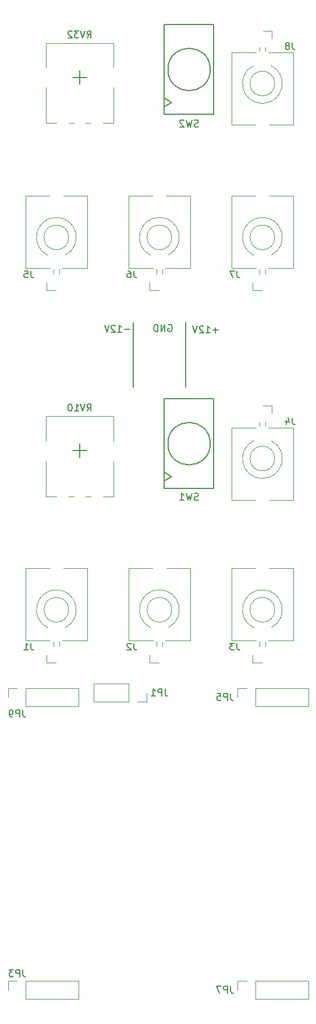
<source format=gbr>
G04 #@! TF.GenerationSoftware,KiCad,Pcbnew,(5.0.1)-4*
G04 #@! TF.CreationDate,2019-03-05T01:37:15-06:00*
G04 #@! TF.ProjectId,vca,7663612E6B696361645F706362000000,rev?*
G04 #@! TF.SameCoordinates,Original*
G04 #@! TF.FileFunction,Legend,Bot*
G04 #@! TF.FilePolarity,Positive*
%FSLAX46Y46*%
G04 Gerber Fmt 4.6, Leading zero omitted, Abs format (unit mm)*
G04 Created by KiCad (PCBNEW (5.0.1)-4) date 3/5/2019 1:37:15*
%MOMM*%
%LPD*%
G01*
G04 APERTURE LIST*
%ADD10C,0.150000*%
%ADD11C,0.200000*%
%ADD12C,0.120000*%
G04 APERTURE END LIST*
D10*
X131311904Y-66896000D02*
X131407142Y-66848380D01*
X131550000Y-66848380D01*
X131692857Y-66896000D01*
X131788095Y-66991238D01*
X131835714Y-67086476D01*
X131883333Y-67276952D01*
X131883333Y-67419809D01*
X131835714Y-67610285D01*
X131788095Y-67705523D01*
X131692857Y-67800761D01*
X131550000Y-67848380D01*
X131454761Y-67848380D01*
X131311904Y-67800761D01*
X131264285Y-67753142D01*
X131264285Y-67419809D01*
X131454761Y-67419809D01*
X130835714Y-67848380D02*
X130835714Y-66848380D01*
X130264285Y-67848380D01*
X130264285Y-66848380D01*
X129788095Y-67848380D02*
X129788095Y-66848380D01*
X129550000Y-66848380D01*
X129407142Y-66896000D01*
X129311904Y-66991238D01*
X129264285Y-67086476D01*
X129216666Y-67276952D01*
X129216666Y-67419809D01*
X129264285Y-67610285D01*
X129311904Y-67705523D01*
X129407142Y-67800761D01*
X129550000Y-67848380D01*
X129788095Y-67848380D01*
X138561904Y-67667428D02*
X137800000Y-67667428D01*
X138180952Y-68048380D02*
X138180952Y-67286476D01*
X136800000Y-68048380D02*
X137371428Y-68048380D01*
X137085714Y-68048380D02*
X137085714Y-67048380D01*
X137180952Y-67191238D01*
X137276190Y-67286476D01*
X137371428Y-67334095D01*
X136419047Y-67143619D02*
X136371428Y-67096000D01*
X136276190Y-67048380D01*
X136038095Y-67048380D01*
X135942857Y-67096000D01*
X135895238Y-67143619D01*
X135847619Y-67238857D01*
X135847619Y-67334095D01*
X135895238Y-67476952D01*
X136466666Y-68048380D01*
X135847619Y-68048380D01*
X135561904Y-67048380D02*
X135228571Y-68048380D01*
X134895238Y-67048380D01*
X125711904Y-67567428D02*
X124950000Y-67567428D01*
X123950000Y-67948380D02*
X124521428Y-67948380D01*
X124235714Y-67948380D02*
X124235714Y-66948380D01*
X124330952Y-67091238D01*
X124426190Y-67186476D01*
X124521428Y-67234095D01*
X123569047Y-67043619D02*
X123521428Y-66996000D01*
X123426190Y-66948380D01*
X123188095Y-66948380D01*
X123092857Y-66996000D01*
X123045238Y-67043619D01*
X122997619Y-67138857D01*
X122997619Y-67234095D01*
X123045238Y-67376952D01*
X123616666Y-67948380D01*
X122997619Y-67948380D01*
X122711904Y-66948380D02*
X122378571Y-67948380D01*
X122045238Y-66948380D01*
D11*
X126250000Y-66546000D02*
X126250000Y-75896000D01*
X133850000Y-66546000D02*
X133850000Y-75896000D01*
D12*
G04 #@! TO.C,RV10*
X113529000Y-83768000D02*
X113529000Y-80168000D01*
X113529000Y-91818000D02*
X113529000Y-86668000D01*
X123329000Y-91818000D02*
X123329000Y-86668000D01*
X123329000Y-83768000D02*
X123329000Y-80168000D01*
X123329000Y-91818000D02*
X121829000Y-91818000D01*
X120079000Y-91818000D02*
X119320000Y-91818000D01*
X117588000Y-91818000D02*
X116829000Y-91818000D01*
X115079000Y-91818000D02*
X113529000Y-91818000D01*
X123329000Y-80168000D02*
X113529000Y-80168000D01*
D10*
X118429000Y-85168000D02*
X118429000Y-84168000D01*
X118429000Y-85168000D02*
X119429000Y-85168000D01*
X118429000Y-85168000D02*
X118429000Y-86168000D01*
X118429000Y-85168000D02*
X117429000Y-85168000D01*
D12*
G04 #@! TO.C,RV32*
X113529000Y-29539000D02*
X113529000Y-25939000D01*
X113529000Y-37589000D02*
X113529000Y-32439000D01*
X123329000Y-37589000D02*
X123329000Y-32439000D01*
X123329000Y-29539000D02*
X123329000Y-25939000D01*
X123329000Y-37589000D02*
X121829000Y-37589000D01*
X120079000Y-37589000D02*
X119320000Y-37589000D01*
X117588000Y-37589000D02*
X116829000Y-37589000D01*
X115079000Y-37589000D02*
X113529000Y-37589000D01*
X123329000Y-25939000D02*
X113529000Y-25939000D01*
D10*
X118429000Y-30939000D02*
X118429000Y-29939000D01*
X118429000Y-30939000D02*
X119429000Y-30939000D01*
X118429000Y-30939000D02*
X118429000Y-31939000D01*
X118429000Y-30939000D02*
X117429000Y-30939000D01*
G04 #@! TO.C,SW2*
X137424000Y-29803000D02*
G75*
G03X137424000Y-29803000I-3080000J0D01*
G01*
X131804000Y-34578200D02*
X130737200Y-35238600D01*
X131804000Y-34578200D02*
X130737200Y-33917800D01*
X137950800Y-23300600D02*
X137950800Y-36305400D01*
X130737200Y-36305400D02*
X130737200Y-23300600D01*
X137950800Y-36305400D02*
X130737200Y-36305400D01*
X137950800Y-23300600D02*
X130737200Y-23300600D01*
G04 #@! TO.C,SW1*
X137424000Y-84159000D02*
G75*
G03X137424000Y-84159000I-3080000J0D01*
G01*
X131804000Y-88934200D02*
X130737200Y-89594600D01*
X131804000Y-88934200D02*
X130737200Y-88273800D01*
X137950800Y-77656600D02*
X137950800Y-90661400D01*
X130737200Y-90661400D02*
X130737200Y-77656600D01*
X137950800Y-90661400D02*
X130737200Y-90661400D01*
X137950800Y-77656600D02*
X130737200Y-77656600D01*
D12*
G04 #@! TO.C,J3*
X140512000Y-112786000D02*
X140512000Y-102286000D01*
X149512000Y-112786000D02*
X149512000Y-102286000D01*
X143715737Y-110874577D02*
G75*
G02X145012000Y-105391000I1296263J2588577D01*
G01*
X146308263Y-110874577D02*
G75*
G03X145012000Y-105391000I-1296263J2588577D01*
G01*
X149512000Y-102286000D02*
X146012000Y-102286000D01*
X144012000Y-102286000D02*
X140512000Y-102286000D01*
X149512000Y-112786000D02*
X145912000Y-112786000D01*
X144112000Y-112786000D02*
X140512000Y-112786000D01*
X146812000Y-108286000D02*
G75*
G03X146812000Y-108286000I-1800000J0D01*
G01*
X144592000Y-113566000D02*
X144592000Y-112966000D01*
X145432000Y-113566000D02*
X145432000Y-112966000D01*
X143612000Y-115946000D02*
X143612000Y-114846000D01*
X143612000Y-115946000D02*
X144932000Y-115946000D01*
G04 #@! TO.C,J2*
X125526000Y-112786000D02*
X125526000Y-102286000D01*
X134526000Y-112786000D02*
X134526000Y-102286000D01*
X128729737Y-110874577D02*
G75*
G02X130026000Y-105391000I1296263J2588577D01*
G01*
X131322263Y-110874577D02*
G75*
G03X130026000Y-105391000I-1296263J2588577D01*
G01*
X134526000Y-102286000D02*
X131026000Y-102286000D01*
X129026000Y-102286000D02*
X125526000Y-102286000D01*
X134526000Y-112786000D02*
X130926000Y-112786000D01*
X129126000Y-112786000D02*
X125526000Y-112786000D01*
X131826000Y-108286000D02*
G75*
G03X131826000Y-108286000I-1800000J0D01*
G01*
X129606000Y-113566000D02*
X129606000Y-112966000D01*
X130446000Y-113566000D02*
X130446000Y-112966000D01*
X128626000Y-115946000D02*
X128626000Y-114846000D01*
X128626000Y-115946000D02*
X129946000Y-115946000D01*
G04 #@! TO.C,J1*
X110540000Y-112786000D02*
X110540000Y-102286000D01*
X119540000Y-112786000D02*
X119540000Y-102286000D01*
X113743737Y-110874577D02*
G75*
G02X115040000Y-105391000I1296263J2588577D01*
G01*
X116336263Y-110874577D02*
G75*
G03X115040000Y-105391000I-1296263J2588577D01*
G01*
X119540000Y-102286000D02*
X116040000Y-102286000D01*
X114040000Y-102286000D02*
X110540000Y-102286000D01*
X119540000Y-112786000D02*
X115940000Y-112786000D01*
X114140000Y-112786000D02*
X110540000Y-112786000D01*
X116840000Y-108286000D02*
G75*
G03X116840000Y-108286000I-1800000J0D01*
G01*
X114620000Y-113566000D02*
X114620000Y-112966000D01*
X115460000Y-113566000D02*
X115460000Y-112966000D01*
X113640000Y-115946000D02*
X113640000Y-114846000D01*
X113640000Y-115946000D02*
X114960000Y-115946000D01*
G04 #@! TO.C,J4*
X149512000Y-81821000D02*
X149512000Y-92321000D01*
X140512000Y-81821000D02*
X140512000Y-92321000D01*
X146308263Y-83732423D02*
G75*
G02X145012000Y-89216000I-1296263J-2588577D01*
G01*
X143715737Y-83732423D02*
G75*
G03X145012000Y-89216000I1296263J-2588577D01*
G01*
X140512000Y-92321000D02*
X144012000Y-92321000D01*
X146012000Y-92321000D02*
X149512000Y-92321000D01*
X140512000Y-81821000D02*
X144112000Y-81821000D01*
X145912000Y-81821000D02*
X149512000Y-81821000D01*
X146812000Y-86321000D02*
G75*
G03X146812000Y-86321000I-1800000J0D01*
G01*
X145432000Y-81041000D02*
X145432000Y-81641000D01*
X144592000Y-81041000D02*
X144592000Y-81641000D01*
X146412000Y-78661000D02*
X146412000Y-79761000D01*
X146412000Y-78661000D02*
X145092000Y-78661000D01*
G04 #@! TO.C,J8*
X149512000Y-27338000D02*
X149512000Y-37838000D01*
X140512000Y-27338000D02*
X140512000Y-37838000D01*
X146308263Y-29249423D02*
G75*
G02X145012000Y-34733000I-1296263J-2588577D01*
G01*
X143715737Y-29249423D02*
G75*
G03X145012000Y-34733000I1296263J-2588577D01*
G01*
X140512000Y-37838000D02*
X144012000Y-37838000D01*
X146012000Y-37838000D02*
X149512000Y-37838000D01*
X140512000Y-27338000D02*
X144112000Y-27338000D01*
X145912000Y-27338000D02*
X149512000Y-27338000D01*
X146812000Y-31838000D02*
G75*
G03X146812000Y-31838000I-1800000J0D01*
G01*
X145432000Y-26558000D02*
X145432000Y-27158000D01*
X144592000Y-26558000D02*
X144592000Y-27158000D01*
X146412000Y-24178000D02*
X146412000Y-25278000D01*
X146412000Y-24178000D02*
X145092000Y-24178000D01*
G04 #@! TO.C,J7*
X140512000Y-58684000D02*
X140512000Y-48184000D01*
X149512000Y-58684000D02*
X149512000Y-48184000D01*
X143715737Y-56772577D02*
G75*
G02X145012000Y-51289000I1296263J2588577D01*
G01*
X146308263Y-56772577D02*
G75*
G03X145012000Y-51289000I-1296263J2588577D01*
G01*
X149512000Y-48184000D02*
X146012000Y-48184000D01*
X144012000Y-48184000D02*
X140512000Y-48184000D01*
X149512000Y-58684000D02*
X145912000Y-58684000D01*
X144112000Y-58684000D02*
X140512000Y-58684000D01*
X146812000Y-54184000D02*
G75*
G03X146812000Y-54184000I-1800000J0D01*
G01*
X144592000Y-59464000D02*
X144592000Y-58864000D01*
X145432000Y-59464000D02*
X145432000Y-58864000D01*
X143612000Y-61844000D02*
X143612000Y-60744000D01*
X143612000Y-61844000D02*
X144932000Y-61844000D01*
G04 #@! TO.C,J6*
X125526000Y-58684000D02*
X125526000Y-48184000D01*
X134526000Y-58684000D02*
X134526000Y-48184000D01*
X128729737Y-56772577D02*
G75*
G02X130026000Y-51289000I1296263J2588577D01*
G01*
X131322263Y-56772577D02*
G75*
G03X130026000Y-51289000I-1296263J2588577D01*
G01*
X134526000Y-48184000D02*
X131026000Y-48184000D01*
X129026000Y-48184000D02*
X125526000Y-48184000D01*
X134526000Y-58684000D02*
X130926000Y-58684000D01*
X129126000Y-58684000D02*
X125526000Y-58684000D01*
X131826000Y-54184000D02*
G75*
G03X131826000Y-54184000I-1800000J0D01*
G01*
X129606000Y-59464000D02*
X129606000Y-58864000D01*
X130446000Y-59464000D02*
X130446000Y-58864000D01*
X128626000Y-61844000D02*
X128626000Y-60744000D01*
X128626000Y-61844000D02*
X129946000Y-61844000D01*
G04 #@! TO.C,J5*
X110540000Y-58684000D02*
X110540000Y-48184000D01*
X119540000Y-58684000D02*
X119540000Y-48184000D01*
X113743737Y-56772577D02*
G75*
G02X115040000Y-51289000I1296263J2588577D01*
G01*
X116336263Y-56772577D02*
G75*
G03X115040000Y-51289000I-1296263J2588577D01*
G01*
X119540000Y-48184000D02*
X116040000Y-48184000D01*
X114040000Y-48184000D02*
X110540000Y-48184000D01*
X119540000Y-58684000D02*
X115940000Y-58684000D01*
X114140000Y-58684000D02*
X110540000Y-58684000D01*
X116840000Y-54184000D02*
G75*
G03X116840000Y-54184000I-1800000J0D01*
G01*
X114620000Y-59464000D02*
X114620000Y-58864000D01*
X115460000Y-59464000D02*
X115460000Y-58864000D01*
X113640000Y-61844000D02*
X113640000Y-60744000D01*
X113640000Y-61844000D02*
X114960000Y-61844000D01*
G04 #@! TO.C,JP1*
X128181000Y-121684000D02*
X128181000Y-120354000D01*
X126851000Y-121684000D02*
X128181000Y-121684000D01*
X125581000Y-121684000D02*
X125581000Y-119024000D01*
X125581000Y-119024000D02*
X120441000Y-119024000D01*
X125581000Y-121684000D02*
X120441000Y-121684000D01*
X120441000Y-121684000D02*
X120441000Y-119024000D01*
G04 #@! TO.C,JP3*
X107995000Y-162204000D02*
X107995000Y-163534000D01*
X109325000Y-162204000D02*
X107995000Y-162204000D01*
X110595000Y-162204000D02*
X110595000Y-164864000D01*
X110595000Y-164864000D02*
X118275000Y-164864000D01*
X110595000Y-162204000D02*
X118275000Y-162204000D01*
X118275000Y-162204000D02*
X118275000Y-164864000D01*
G04 #@! TO.C,JP5*
X141396000Y-119659000D02*
X141396000Y-120989000D01*
X142726000Y-119659000D02*
X141396000Y-119659000D01*
X143996000Y-119659000D02*
X143996000Y-122319000D01*
X143996000Y-122319000D02*
X151676000Y-122319000D01*
X143996000Y-119659000D02*
X151676000Y-119659000D01*
X151676000Y-119659000D02*
X151676000Y-122319000D01*
G04 #@! TO.C,JP7*
X141396000Y-162204000D02*
X141396000Y-163534000D01*
X142726000Y-162204000D02*
X141396000Y-162204000D01*
X143996000Y-162204000D02*
X143996000Y-164864000D01*
X143996000Y-164864000D02*
X151676000Y-164864000D01*
X143996000Y-162204000D02*
X151676000Y-162204000D01*
X151676000Y-162204000D02*
X151676000Y-164864000D01*
G04 #@! TO.C,JP9*
X107995000Y-119659000D02*
X107995000Y-120989000D01*
X109325000Y-119659000D02*
X107995000Y-119659000D01*
X110595000Y-119659000D02*
X110595000Y-122319000D01*
X110595000Y-122319000D02*
X118275000Y-122319000D01*
X110595000Y-119659000D02*
X118275000Y-119659000D01*
X118275000Y-119659000D02*
X118275000Y-122319000D01*
G04 #@! TD*
G04 #@! TO.C,RV10*
D10*
X119500428Y-79420380D02*
X119833761Y-78944190D01*
X120071857Y-79420380D02*
X120071857Y-78420380D01*
X119690904Y-78420380D01*
X119595666Y-78468000D01*
X119548047Y-78515619D01*
X119500428Y-78610857D01*
X119500428Y-78753714D01*
X119548047Y-78848952D01*
X119595666Y-78896571D01*
X119690904Y-78944190D01*
X120071857Y-78944190D01*
X119214714Y-78420380D02*
X118881380Y-79420380D01*
X118548047Y-78420380D01*
X117690904Y-79420380D02*
X118262333Y-79420380D01*
X117976619Y-79420380D02*
X117976619Y-78420380D01*
X118071857Y-78563238D01*
X118167095Y-78658476D01*
X118262333Y-78706095D01*
X117071857Y-78420380D02*
X116976619Y-78420380D01*
X116881380Y-78468000D01*
X116833761Y-78515619D01*
X116786142Y-78610857D01*
X116738523Y-78801333D01*
X116738523Y-79039428D01*
X116786142Y-79229904D01*
X116833761Y-79325142D01*
X116881380Y-79372761D01*
X116976619Y-79420380D01*
X117071857Y-79420380D01*
X117167095Y-79372761D01*
X117214714Y-79325142D01*
X117262333Y-79229904D01*
X117309952Y-79039428D01*
X117309952Y-78801333D01*
X117262333Y-78610857D01*
X117214714Y-78515619D01*
X117167095Y-78468000D01*
X117071857Y-78420380D01*
G04 #@! TO.C,RV32*
X119500428Y-25191380D02*
X119833761Y-24715190D01*
X120071857Y-25191380D02*
X120071857Y-24191380D01*
X119690904Y-24191380D01*
X119595666Y-24239000D01*
X119548047Y-24286619D01*
X119500428Y-24381857D01*
X119500428Y-24524714D01*
X119548047Y-24619952D01*
X119595666Y-24667571D01*
X119690904Y-24715190D01*
X120071857Y-24715190D01*
X119214714Y-24191380D02*
X118881380Y-25191380D01*
X118548047Y-24191380D01*
X118309952Y-24191380D02*
X117690904Y-24191380D01*
X118024238Y-24572333D01*
X117881380Y-24572333D01*
X117786142Y-24619952D01*
X117738523Y-24667571D01*
X117690904Y-24762809D01*
X117690904Y-25000904D01*
X117738523Y-25096142D01*
X117786142Y-25143761D01*
X117881380Y-25191380D01*
X118167095Y-25191380D01*
X118262333Y-25143761D01*
X118309952Y-25096142D01*
X117309952Y-24286619D02*
X117262333Y-24239000D01*
X117167095Y-24191380D01*
X116929000Y-24191380D01*
X116833761Y-24239000D01*
X116786142Y-24286619D01*
X116738523Y-24381857D01*
X116738523Y-24477095D01*
X116786142Y-24619952D01*
X117357571Y-25191380D01*
X116738523Y-25191380D01*
G04 #@! TO.C,SW2*
X135677333Y-38081761D02*
X135534476Y-38129380D01*
X135296380Y-38129380D01*
X135201142Y-38081761D01*
X135153523Y-38034142D01*
X135105904Y-37938904D01*
X135105904Y-37843666D01*
X135153523Y-37748428D01*
X135201142Y-37700809D01*
X135296380Y-37653190D01*
X135486857Y-37605571D01*
X135582095Y-37557952D01*
X135629714Y-37510333D01*
X135677333Y-37415095D01*
X135677333Y-37319857D01*
X135629714Y-37224619D01*
X135582095Y-37177000D01*
X135486857Y-37129380D01*
X135248761Y-37129380D01*
X135105904Y-37177000D01*
X134772571Y-37129380D02*
X134534476Y-38129380D01*
X134344000Y-37415095D01*
X134153523Y-38129380D01*
X133915428Y-37129380D01*
X133582095Y-37224619D02*
X133534476Y-37177000D01*
X133439238Y-37129380D01*
X133201142Y-37129380D01*
X133105904Y-37177000D01*
X133058285Y-37224619D01*
X133010666Y-37319857D01*
X133010666Y-37415095D01*
X133058285Y-37557952D01*
X133629714Y-38129380D01*
X133010666Y-38129380D01*
G04 #@! TO.C,SW1*
X135677333Y-92310761D02*
X135534476Y-92358380D01*
X135296380Y-92358380D01*
X135201142Y-92310761D01*
X135153523Y-92263142D01*
X135105904Y-92167904D01*
X135105904Y-92072666D01*
X135153523Y-91977428D01*
X135201142Y-91929809D01*
X135296380Y-91882190D01*
X135486857Y-91834571D01*
X135582095Y-91786952D01*
X135629714Y-91739333D01*
X135677333Y-91644095D01*
X135677333Y-91548857D01*
X135629714Y-91453619D01*
X135582095Y-91406000D01*
X135486857Y-91358380D01*
X135248761Y-91358380D01*
X135105904Y-91406000D01*
X134772571Y-91358380D02*
X134534476Y-92358380D01*
X134344000Y-91644095D01*
X134153523Y-92358380D01*
X133915428Y-91358380D01*
X133010666Y-92358380D02*
X133582095Y-92358380D01*
X133296380Y-92358380D02*
X133296380Y-91358380D01*
X133391619Y-91501238D01*
X133486857Y-91596476D01*
X133582095Y-91644095D01*
G04 #@! TO.C,J3*
X141315333Y-113138380D02*
X141315333Y-113852666D01*
X141362952Y-113995523D01*
X141458190Y-114090761D01*
X141601047Y-114138380D01*
X141696285Y-114138380D01*
X140934380Y-113138380D02*
X140315333Y-113138380D01*
X140648666Y-113519333D01*
X140505809Y-113519333D01*
X140410571Y-113566952D01*
X140362952Y-113614571D01*
X140315333Y-113709809D01*
X140315333Y-113947904D01*
X140362952Y-114043142D01*
X140410571Y-114090761D01*
X140505809Y-114138380D01*
X140791523Y-114138380D01*
X140886761Y-114090761D01*
X140934380Y-114043142D01*
G04 #@! TO.C,J2*
X126329333Y-113138380D02*
X126329333Y-113852666D01*
X126376952Y-113995523D01*
X126472190Y-114090761D01*
X126615047Y-114138380D01*
X126710285Y-114138380D01*
X125900761Y-113233619D02*
X125853142Y-113186000D01*
X125757904Y-113138380D01*
X125519809Y-113138380D01*
X125424571Y-113186000D01*
X125376952Y-113233619D01*
X125329333Y-113328857D01*
X125329333Y-113424095D01*
X125376952Y-113566952D01*
X125948380Y-114138380D01*
X125329333Y-114138380D01*
G04 #@! TO.C,J1*
X111343333Y-113138380D02*
X111343333Y-113852666D01*
X111390952Y-113995523D01*
X111486190Y-114090761D01*
X111629047Y-114138380D01*
X111724285Y-114138380D01*
X110343333Y-114138380D02*
X110914761Y-114138380D01*
X110629047Y-114138380D02*
X110629047Y-113138380D01*
X110724285Y-113281238D01*
X110819523Y-113376476D01*
X110914761Y-113424095D01*
G04 #@! TO.C,J4*
X149375333Y-80373380D02*
X149375333Y-81087666D01*
X149422952Y-81230523D01*
X149518190Y-81325761D01*
X149661047Y-81373380D01*
X149756285Y-81373380D01*
X148470571Y-80706714D02*
X148470571Y-81373380D01*
X148708666Y-80325761D02*
X148946761Y-81040047D01*
X148327714Y-81040047D01*
G04 #@! TO.C,J8*
X149375333Y-25890380D02*
X149375333Y-26604666D01*
X149422952Y-26747523D01*
X149518190Y-26842761D01*
X149661047Y-26890380D01*
X149756285Y-26890380D01*
X148756285Y-26318952D02*
X148851523Y-26271333D01*
X148899142Y-26223714D01*
X148946761Y-26128476D01*
X148946761Y-26080857D01*
X148899142Y-25985619D01*
X148851523Y-25938000D01*
X148756285Y-25890380D01*
X148565809Y-25890380D01*
X148470571Y-25938000D01*
X148422952Y-25985619D01*
X148375333Y-26080857D01*
X148375333Y-26128476D01*
X148422952Y-26223714D01*
X148470571Y-26271333D01*
X148565809Y-26318952D01*
X148756285Y-26318952D01*
X148851523Y-26366571D01*
X148899142Y-26414190D01*
X148946761Y-26509428D01*
X148946761Y-26699904D01*
X148899142Y-26795142D01*
X148851523Y-26842761D01*
X148756285Y-26890380D01*
X148565809Y-26890380D01*
X148470571Y-26842761D01*
X148422952Y-26795142D01*
X148375333Y-26699904D01*
X148375333Y-26509428D01*
X148422952Y-26414190D01*
X148470571Y-26366571D01*
X148565809Y-26318952D01*
G04 #@! TO.C,J7*
X141315333Y-59036380D02*
X141315333Y-59750666D01*
X141362952Y-59893523D01*
X141458190Y-59988761D01*
X141601047Y-60036380D01*
X141696285Y-60036380D01*
X140934380Y-59036380D02*
X140267714Y-59036380D01*
X140696285Y-60036380D01*
G04 #@! TO.C,J6*
X126329333Y-59036380D02*
X126329333Y-59750666D01*
X126376952Y-59893523D01*
X126472190Y-59988761D01*
X126615047Y-60036380D01*
X126710285Y-60036380D01*
X125424571Y-59036380D02*
X125615047Y-59036380D01*
X125710285Y-59084000D01*
X125757904Y-59131619D01*
X125853142Y-59274476D01*
X125900761Y-59464952D01*
X125900761Y-59845904D01*
X125853142Y-59941142D01*
X125805523Y-59988761D01*
X125710285Y-60036380D01*
X125519809Y-60036380D01*
X125424571Y-59988761D01*
X125376952Y-59941142D01*
X125329333Y-59845904D01*
X125329333Y-59607809D01*
X125376952Y-59512571D01*
X125424571Y-59464952D01*
X125519809Y-59417333D01*
X125710285Y-59417333D01*
X125805523Y-59464952D01*
X125853142Y-59512571D01*
X125900761Y-59607809D01*
G04 #@! TO.C,J5*
X111343333Y-59036380D02*
X111343333Y-59750666D01*
X111390952Y-59893523D01*
X111486190Y-59988761D01*
X111629047Y-60036380D01*
X111724285Y-60036380D01*
X110390952Y-59036380D02*
X110867142Y-59036380D01*
X110914761Y-59512571D01*
X110867142Y-59464952D01*
X110771904Y-59417333D01*
X110533809Y-59417333D01*
X110438571Y-59464952D01*
X110390952Y-59512571D01*
X110343333Y-59607809D01*
X110343333Y-59845904D01*
X110390952Y-59941142D01*
X110438571Y-59988761D01*
X110533809Y-60036380D01*
X110771904Y-60036380D01*
X110867142Y-59988761D01*
X110914761Y-59941142D01*
G04 #@! TO.C,JP1*
X130859333Y-119806380D02*
X130859333Y-120520666D01*
X130906952Y-120663523D01*
X131002190Y-120758761D01*
X131145047Y-120806380D01*
X131240285Y-120806380D01*
X130383142Y-120806380D02*
X130383142Y-119806380D01*
X130002190Y-119806380D01*
X129906952Y-119854000D01*
X129859333Y-119901619D01*
X129811714Y-119996857D01*
X129811714Y-120139714D01*
X129859333Y-120234952D01*
X129906952Y-120282571D01*
X130002190Y-120330190D01*
X130383142Y-120330190D01*
X128859333Y-120806380D02*
X129430761Y-120806380D01*
X129145047Y-120806380D02*
X129145047Y-119806380D01*
X129240285Y-119949238D01*
X129335523Y-120044476D01*
X129430761Y-120092095D01*
G04 #@! TO.C,JP3*
X110158333Y-160573380D02*
X110158333Y-161287666D01*
X110205952Y-161430523D01*
X110301190Y-161525761D01*
X110444047Y-161573380D01*
X110539285Y-161573380D01*
X109682142Y-161573380D02*
X109682142Y-160573380D01*
X109301190Y-160573380D01*
X109205952Y-160621000D01*
X109158333Y-160668619D01*
X109110714Y-160763857D01*
X109110714Y-160906714D01*
X109158333Y-161001952D01*
X109205952Y-161049571D01*
X109301190Y-161097190D01*
X109682142Y-161097190D01*
X108777380Y-160573380D02*
X108158333Y-160573380D01*
X108491666Y-160954333D01*
X108348809Y-160954333D01*
X108253571Y-161001952D01*
X108205952Y-161049571D01*
X108158333Y-161144809D01*
X108158333Y-161382904D01*
X108205952Y-161478142D01*
X108253571Y-161525761D01*
X108348809Y-161573380D01*
X108634523Y-161573380D01*
X108729761Y-161525761D01*
X108777380Y-161478142D01*
G04 #@! TO.C,JP5*
X140384333Y-120441380D02*
X140384333Y-121155666D01*
X140431952Y-121298523D01*
X140527190Y-121393761D01*
X140670047Y-121441380D01*
X140765285Y-121441380D01*
X139908142Y-121441380D02*
X139908142Y-120441380D01*
X139527190Y-120441380D01*
X139431952Y-120489000D01*
X139384333Y-120536619D01*
X139336714Y-120631857D01*
X139336714Y-120774714D01*
X139384333Y-120869952D01*
X139431952Y-120917571D01*
X139527190Y-120965190D01*
X139908142Y-120965190D01*
X138431952Y-120441380D02*
X138908142Y-120441380D01*
X138955761Y-120917571D01*
X138908142Y-120869952D01*
X138812904Y-120822333D01*
X138574809Y-120822333D01*
X138479571Y-120869952D01*
X138431952Y-120917571D01*
X138384333Y-121012809D01*
X138384333Y-121250904D01*
X138431952Y-121346142D01*
X138479571Y-121393761D01*
X138574809Y-121441380D01*
X138812904Y-121441380D01*
X138908142Y-121393761D01*
X138955761Y-121346142D01*
G04 #@! TO.C,JP7*
X140384333Y-162986380D02*
X140384333Y-163700666D01*
X140431952Y-163843523D01*
X140527190Y-163938761D01*
X140670047Y-163986380D01*
X140765285Y-163986380D01*
X139908142Y-163986380D02*
X139908142Y-162986380D01*
X139527190Y-162986380D01*
X139431952Y-163034000D01*
X139384333Y-163081619D01*
X139336714Y-163176857D01*
X139336714Y-163319714D01*
X139384333Y-163414952D01*
X139431952Y-163462571D01*
X139527190Y-163510190D01*
X139908142Y-163510190D01*
X139003380Y-162986380D02*
X138336714Y-162986380D01*
X138765285Y-163986380D01*
G04 #@! TO.C,JP9*
X110158333Y-122854380D02*
X110158333Y-123568666D01*
X110205952Y-123711523D01*
X110301190Y-123806761D01*
X110444047Y-123854380D01*
X110539285Y-123854380D01*
X109682142Y-123854380D02*
X109682142Y-122854380D01*
X109301190Y-122854380D01*
X109205952Y-122902000D01*
X109158333Y-122949619D01*
X109110714Y-123044857D01*
X109110714Y-123187714D01*
X109158333Y-123282952D01*
X109205952Y-123330571D01*
X109301190Y-123378190D01*
X109682142Y-123378190D01*
X108634523Y-123854380D02*
X108444047Y-123854380D01*
X108348809Y-123806761D01*
X108301190Y-123759142D01*
X108205952Y-123616285D01*
X108158333Y-123425809D01*
X108158333Y-123044857D01*
X108205952Y-122949619D01*
X108253571Y-122902000D01*
X108348809Y-122854380D01*
X108539285Y-122854380D01*
X108634523Y-122902000D01*
X108682142Y-122949619D01*
X108729761Y-123044857D01*
X108729761Y-123282952D01*
X108682142Y-123378190D01*
X108634523Y-123425809D01*
X108539285Y-123473428D01*
X108348809Y-123473428D01*
X108253571Y-123425809D01*
X108205952Y-123378190D01*
X108158333Y-123282952D01*
G04 #@! TD*
M02*

</source>
